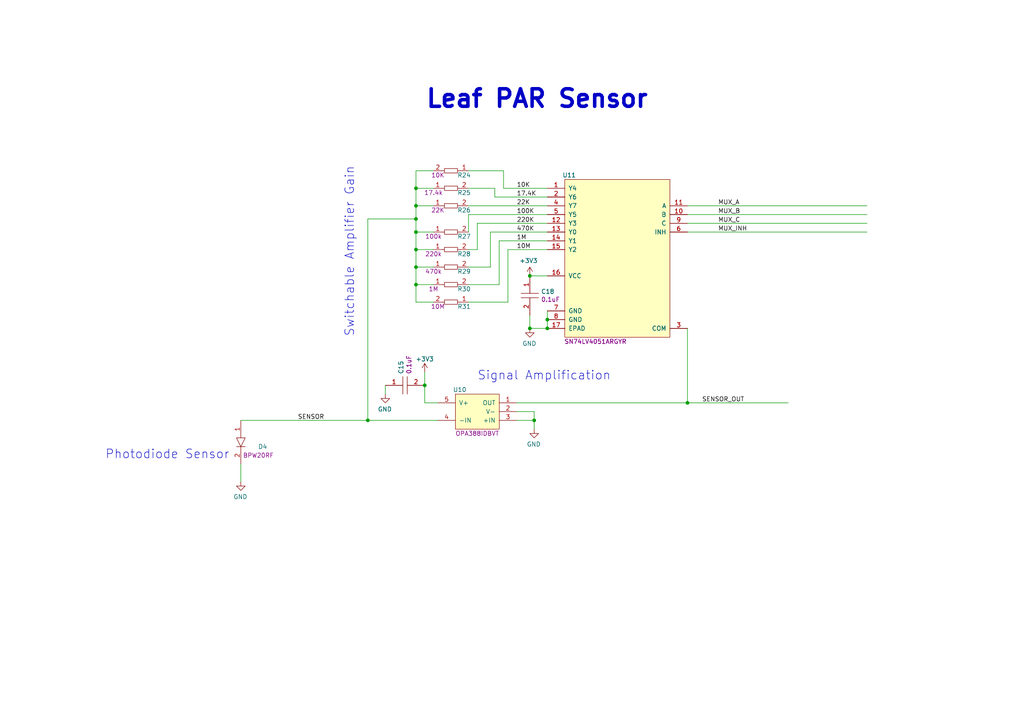
<source format=kicad_sch>
(kicad_sch (version 20231120) (generator "eeschema") (generator_version "8.0")
  (paper "A4")
  (lib_symbols
    (symbol "AVR-KiCAD-Lib-Capacitors:C0805C104M5RACTU" (pin_names (offset 1.016))
      (property "Reference" "C" (at -2.54 2.54 0))
      (property "_Value_" "0.1uF" (at 58.42 63.5 0))
      (symbol "C0805C104M5RACTU_1_1"
        (polyline (pts (xy 0 2.54) (xy 0 -2.54)))
        (polyline (pts (xy 1.27 2.54) (xy 1.27 -2.54)))
        (pin input line (at -5.08 0 0) (length 5.08) (name "~") (number "1"))
        (pin input line (at 6.35 0 180) (length 5.08) (name "~") (number "2"))
      )
    )
    (symbol "AVR-KiCAD-Lib-Diodes:BPW20RF" (pin_names (offset 1.016))
      (property "Reference" "D" (at -2.54 2.54 0))
      (property "_Value_" "BPW20RF" (at 58.42 63.5 0))
      (symbol "BPW20RF_0_1"
        (polyline (pts (xy 1.27 -1.27) (xy 1.27 1.27)))
        (polyline (pts (xy -1.27 1.27) (xy -1.27 -1.27) (xy 1.27 0) (xy -1.27 1.27)))
      )
      (symbol "BPW20RF_1_1"
        (pin passive line (at -6.35 0 0) (length 5.08) (name "~") (number "1"))
        (pin passive line (at 6.35 0 180) (length 5.08) (name "~") (number "2"))
      )
    )
    (symbol "AVR-KiCAD-Lib-ICs:OPA388IDBVT" (pin_names (offset 1.016))
      (property "Reference" "U" (at 0 2.54 0))
      (property "_Value_" "OPA388IDBVT" (at 5.08 -12.7 0))
      (symbol "OPA388IDBVT_0_1"
        (rectangle (start 0 0) (end 12.7 -10.16) (fill (type background)))
      )
      (symbol "OPA388IDBVT_1_1"
        (pin output line (at -5.08 -2.54 0) (length 5.08) (name "OUT") (number "1"))
        (pin power_in line (at -5.08 -5.08 0) (length 5.08) (name "V-") (number "2"))
        (pin input line (at -5.08 -7.62 0) (length 5.08) (name "+IN") (number "3"))
        (pin input line (at 17.78 -7.62 180) (length 5.08) (name "-IN") (number "4"))
        (pin power_in line (at 17.78 -2.54 180) (length 5.08) (name "V+") (number "5"))
      )
    )
    (symbol "AVR-KiCAD-Lib-ICs:SN74LV4051ARGYR" (pin_names (offset 1.016))
      (property "Reference" "U" (at 0 0 0))
      (property "_Value_" "SN74LV4051ARGYR" (at 7.62 -48.26 0))
      (symbol "SN74LV4051ARGYR_0_1"
        (rectangle (start 0 0) (end 30.48 -45.72) (fill (type background)))
      )
      (symbol "SN74LV4051ARGYR_1_1"
        (pin bidirectional line (at 35.56 -2.54 180) (length 5.08) (name "Y4") (number "1"))
        (pin passive line (at -5.08 -10.16 0) (length 5.08) (name "B") (number "10"))
        (pin passive line (at -5.08 -7.62 0) (length 5.08) (name "A") (number "11"))
        (pin bidirectional line (at 35.56 -12.7 180) (length 5.08) (name "Y3") (number "12"))
        (pin bidirectional line (at 35.56 -15.24 180) (length 5.08) (name "Y0") (number "13"))
        (pin bidirectional line (at 35.56 -17.78 180) (length 5.08) (name "Y1") (number "14"))
        (pin bidirectional line (at 35.56 -20.32 180) (length 5.08) (name "Y2") (number "15"))
        (pin power_in line (at 35.56 -27.94 180) (length 5.08) (name "VCC") (number "16"))
        (pin passive line (at 35.56 -43.18 180) (length 5.08) (name "EPAD") (number "17"))
        (pin bidirectional line (at 35.56 -5.08 180) (length 5.08) (name "Y6") (number "2"))
        (pin input line (at -5.08 -43.18 0) (length 5.08) (name "COM") (number "3"))
        (pin bidirectional line (at 35.56 -7.62 180) (length 5.08) (name "Y7") (number "4"))
        (pin bidirectional line (at 35.56 -10.16 180) (length 5.08) (name "Y5") (number "5"))
        (pin input line (at -5.08 -15.24 0) (length 5.08) (name "INH") (number "6"))
        (pin passive line (at 35.56 -38.1 180) (length 5.08) (name "GND") (number "7"))
        (pin passive line (at 35.56 -40.64 180) (length 5.08) (name "GND") (number "8"))
        (pin passive line (at -5.08 -12.7 0) (length 5.08) (name "C") (number "9"))
      )
    )
    (symbol "AVR-KiCAD-Lib-Resistors:AC0402FR-07220KL" (pin_names (offset 1.016))
      (property "Reference" "R" (at -2.54 2.54 0))
      (property "Value" "AC0402FR-07220KL" (at 1.27 5.08 0))
      (property "_Value_" "220k" (at 58.42 63.5 0))
      (symbol "AC0402FR-07220KL_0_1"
        (rectangle (start -1.905 0.635) (end 1.905 -0.635))
        (polyline (pts (xy -2.54 0) (xy -1.905 0)))
        (polyline (pts (xy -1.905 0) (xy -1.905 0)))
        (polyline (pts (xy 1.905 0) (xy 1.905 0)))
        (polyline (pts (xy 2.54 0) (xy 1.905 0)))
      )
      (symbol "AC0402FR-07220KL_1_1"
        (pin passive line (at -5.08 0 0) (length 2.5146) (name "~") (number "1"))
        (pin passive line (at 5.08 0 180) (length 2.5146) (name "~") (number "2"))
      )
    )
    (symbol "AVR-KiCAD-Lib-Resistors:AC0402FR-07470KL" (pin_names (offset 1.016))
      (property "Reference" "R" (at -2.54 2.54 0))
      (property "Value" "AC0402FR-07470KL" (at 1.27 5.08 0))
      (property "_Value_" "470k" (at 58.42 63.5 0))
      (symbol "AC0402FR-07470KL_0_1"
        (rectangle (start -1.905 0.635) (end 1.905 -0.635))
        (polyline (pts (xy -2.54 0) (xy -1.905 0)))
        (polyline (pts (xy -1.905 0) (xy -1.905 0)))
        (polyline (pts (xy 1.905 0) (xy 1.905 0)))
        (polyline (pts (xy 2.54 0) (xy 1.905 0)))
      )
      (symbol "AC0402FR-07470KL_1_1"
        (pin passive line (at -5.08 0 0) (length 2.5146) (name "~") (number "1"))
        (pin passive line (at 5.08 0 180) (length 2.5146) (name "~") (number "2"))
      )
    )
    (symbol "AVR-KiCAD-Lib-Resistors:RC0402FR-07100KL" (pin_names (offset 1.016))
      (property "Reference" "R" (at -2.54 2.54 0))
      (property "Value" "RC0402FR-07100KL" (at 1.27 5.08 0))
      (property "_Value_" "100k" (at 58.42 63.5 0))
      (symbol "RC0402FR-07100KL_0_1"
        (rectangle (start -1.905 0.635) (end 1.905 -0.635))
        (polyline (pts (xy -2.54 0) (xy -1.905 0)))
        (polyline (pts (xy -1.905 0) (xy -1.905 0)))
        (polyline (pts (xy 1.905 0) (xy 1.905 0)))
        (polyline (pts (xy 2.54 0) (xy 1.905 0)))
      )
      (symbol "RC0402FR-07100KL_1_1"
        (pin passive line (at -5.08 0 0) (length 2.5146) (name "~") (number "1"))
        (pin passive line (at 5.08 0 180) (length 2.5146) (name "~") (number "2"))
      )
    )
    (symbol "AVR-KiCAD-Lib-Resistors:RC0402FR-0710KL" (pin_names (offset 1.016))
      (property "Reference" "R" (at -2.54 2.54 0))
      (property "Value" "RC0402FR-0710KL" (at 1.27 5.08 0))
      (property "_Value_" "10K" (at 58.42 63.5 0))
      (symbol "RC0402FR-0710KL_0_1"
        (rectangle (start -1.905 0.635) (end 1.905 -0.635))
        (polyline (pts (xy -2.54 0) (xy -1.905 0)))
        (polyline (pts (xy -1.905 0) (xy -1.905 0)))
        (polyline (pts (xy 1.905 0) (xy 1.905 0)))
        (polyline (pts (xy 2.54 0) (xy 1.905 0)))
      )
      (symbol "RC0402FR-0710KL_1_1"
        (pin passive line (at -5.08 0 0) (length 2.5146) (name "~") (number "1"))
        (pin passive line (at 5.08 0 180) (length 2.5146) (name "~") (number "2"))
      )
    )
    (symbol "AVR-KiCAD-Lib-Resistors:RC0402FR-0710ML" (pin_names (offset 1.016))
      (property "Reference" "R" (at -2.54 2.54 0))
      (property "Value" "RC0402FR-0710ML" (at 1.27 5.08 0))
      (property "_Value_" "10M" (at 58.42 63.5 0))
      (symbol "RC0402FR-0710ML_0_1"
        (rectangle (start -1.905 0.635) (end 1.905 -0.635))
        (polyline (pts (xy -2.54 0) (xy -1.905 0)))
        (polyline (pts (xy -1.905 0) (xy -1.905 0)))
        (polyline (pts (xy 1.905 0) (xy 1.905 0)))
        (polyline (pts (xy 2.54 0) (xy 1.905 0)))
      )
      (symbol "RC0402FR-0710ML_1_1"
        (pin passive line (at -5.08 0 0) (length 2.5146) (name "~") (number "1"))
        (pin passive line (at 5.08 0 180) (length 2.5146) (name "~") (number "2"))
      )
    )
    (symbol "AVR-KiCAD-Lib-Resistors:RC0402FR-0717K4L" (pin_names (offset 1.016))
      (property "Reference" "R" (at -2.54 2.54 0))
      (property "Value" "RC0402FR-0717K4L" (at 1.27 5.08 0))
      (property "_Value_" "17.4k" (at 58.42 63.5 0))
      (symbol "RC0402FR-0717K4L_0_1"
        (rectangle (start -1.905 0.635) (end 1.905 -0.635))
        (polyline (pts (xy -2.54 0) (xy -1.905 0)))
        (polyline (pts (xy -1.905 0) (xy -1.905 0)))
        (polyline (pts (xy 1.905 0) (xy 1.905 0)))
        (polyline (pts (xy 2.54 0) (xy 1.905 0)))
      )
      (symbol "RC0402FR-0717K4L_1_1"
        (pin passive line (at -5.08 0 0) (length 2.5146) (name "~") (number "1"))
        (pin passive line (at 5.08 0 180) (length 2.5146) (name "~") (number "2"))
      )
    )
    (symbol "AVR-KiCAD-Lib-Resistors:RC0402FR-071ML" (pin_names (offset 1.016))
      (property "Reference" "R" (at -2.54 2.54 0))
      (property "Value" "RC0402FR-071ML" (at 1.27 5.08 0))
      (property "_Value_" "1M" (at 58.42 63.5 0))
      (symbol "RC0402FR-071ML_0_1"
        (rectangle (start -1.905 0.635) (end 1.905 -0.635))
        (polyline (pts (xy -2.54 0) (xy -1.905 0)))
        (polyline (pts (xy -1.905 0) (xy -1.905 0)))
        (polyline (pts (xy 1.905 0) (xy 1.905 0)))
        (polyline (pts (xy 2.54 0) (xy 1.905 0)))
      )
      (symbol "RC0402FR-071ML_1_1"
        (pin passive line (at -5.08 0 0) (length 2.5146) (name "~") (number "1"))
        (pin passive line (at 5.08 0 180) (length 2.5146) (name "~") (number "2"))
      )
    )
    (symbol "AVR-KiCAD-Lib-Resistors:RT0402FRE0722KL" (pin_names (offset 1.016))
      (property "Reference" "R" (at -2.54 2.54 0))
      (property "Value" "RT0402FRE0722KL" (at 1.27 5.08 0))
      (property "_Value_" "22K" (at 58.42 63.5 0))
      (symbol "RT0402FRE0722KL_0_1"
        (rectangle (start -1.905 0.635) (end 1.905 -0.635))
        (polyline (pts (xy -2.54 0) (xy -1.905 0)))
        (polyline (pts (xy -1.905 0) (xy -1.905 0)))
        (polyline (pts (xy 1.905 0) (xy 1.905 0)))
        (polyline (pts (xy 2.54 0) (xy 1.905 0)))
      )
      (symbol "RT0402FRE0722KL_1_1"
        (pin passive line (at -5.08 0 0) (length 2.5146) (name "~") (number "1"))
        (pin passive line (at 5.08 0 180) (length 2.5146) (name "~") (number "2"))
      )
    )
    (symbol "SunLeaf-Sense-2.4G-rescue:+3V3-power" (power) (pin_names (offset 0))
      (property "Value" "power_+3V3" (at 0 3.556 0))
      (symbol "+3V3-power_0_1"
        (polyline (pts (xy -0.762 1.27) (xy 0 2.54)))
        (polyline (pts (xy 0 0) (xy 0 2.54)))
        (polyline (pts (xy 0 2.54) (xy 0.762 1.27)))
      )
      (symbol "+3V3-power_1_1"
        (pin power_in line (at 0 0 90) (length 0) hide (name "+3V3") (number "1"))
      )
    )
    (symbol "SunLeaf-Sense-2.4G-rescue:GND-power" (power) (pin_names (offset 0))
      (property "Value" "power_GND" (at 0 -3.81 0))
      (symbol "GND-power_0_1"
        (polyline (pts (xy 0 0) (xy 0 -1.27) (xy 1.27 -1.27) (xy 0 -2.54) (xy -1.27 -1.27) (xy 0 -1.27)))
      )
      (symbol "GND-power_1_1"
        (pin power_in line (at 0 0 270) (length 0) hide (name "GND") (number "1"))
      )
    )
  )
  (junction (at 158.75 92.71))
  (junction (at 120.65 67.31))
  (junction (at 153.67 95.25))
  (junction (at 153.67 80.01))
  (junction (at 120.65 54.61))
  (junction (at 106.68 121.92))
  (junction (at 199.39 116.84))
  (junction (at 120.65 63.5))
  (junction (at 120.65 77.47))
  (junction (at 120.65 72.39))
  (junction (at 120.65 82.55))
  (junction (at 123.19 111.76))
  (junction (at 158.75 95.25))
  (junction (at 120.65 59.69))
  (junction (at 154.94 121.92))
  (wire (pts (xy 125.73 54.61) (xy 120.65 54.61)))
  (wire (pts (xy 125.73 67.31) (xy 120.65 67.31)))
  (wire (pts (xy 153.67 91.44) (xy 153.67 95.25)))
  (wire (pts (xy 135.89 87.63) (xy 147.32 87.63)))
  (wire (pts (xy 143.51 57.15) (xy 143.51 54.61)))
  (wire (pts (xy 144.78 82.55) (xy 144.78 69.85)))
  (wire (pts (xy 123.19 107.95) (xy 123.19 111.76)))
  (wire (pts (xy 138.43 72.39) (xy 135.89 72.39)))
  (wire (pts (xy 120.65 67.31) (xy 120.65 72.39)))
  (wire (pts (xy 125.73 72.39) (xy 120.65 72.39)))
  (wire (pts (xy 158.75 57.15) (xy 143.51 57.15)))
  (wire (pts (xy 120.65 77.47) (xy 120.65 82.55)))
  (wire (pts (xy 135.89 59.69) (xy 158.75 59.69)))
  (wire (pts (xy 199.39 64.77) (xy 251.46 64.77)))
  (wire (pts (xy 158.75 62.23) (xy 135.89 62.23)))
  (wire (pts (xy 135.89 82.55) (xy 144.78 82.55)))
  (wire (pts (xy 120.65 72.39) (xy 120.65 77.47)))
  (wire (pts (xy 153.67 80.01) (xy 158.75 80.01)))
  (wire (pts (xy 153.67 95.25) (xy 158.75 95.25)))
  (wire (pts (xy 120.65 59.69) (xy 120.65 54.61)))
  (wire (pts (xy 138.43 64.77) (xy 138.43 72.39)))
  (wire (pts (xy 146.05 54.61) (xy 158.75 54.61)))
  (wire (pts (xy 142.24 67.31) (xy 158.75 67.31)))
  (wire (pts (xy 120.65 87.63) (xy 125.73 87.63)))
  (wire (pts (xy 144.78 69.85) (xy 158.75 69.85)))
  (wire (pts (xy 143.51 54.61) (xy 135.89 54.61)))
  (wire (pts (xy 120.65 63.5) (xy 120.65 59.69)))
  (wire (pts (xy 146.05 49.53) (xy 146.05 54.61)))
  (wire (pts (xy 158.75 64.77) (xy 138.43 64.77)))
  (wire (pts (xy 199.39 62.23) (xy 251.46 62.23)))
  (wire (pts (xy 106.68 121.92) (xy 106.68 63.5)))
  (wire (pts (xy 127 121.92) (xy 106.68 121.92)))
  (wire (pts (xy 106.68 63.5) (xy 120.65 63.5)))
  (wire (pts (xy 158.75 90.17) (xy 158.75 92.71)))
  (wire (pts (xy 120.65 63.5) (xy 120.65 67.31)))
  (wire (pts (xy 127 116.84) (xy 123.19 116.84)))
  (wire (pts (xy 125.73 59.69) (xy 120.65 59.69)))
  (wire (pts (xy 199.39 116.84) (xy 228.6 116.84)))
  (wire (pts (xy 135.89 49.53) (xy 146.05 49.53)))
  (wire (pts (xy 106.68 121.92) (xy 69.85 121.92)))
  (wire (pts (xy 120.65 54.61) (xy 120.65 49.53)))
  (wire (pts (xy 111.76 111.76) (xy 111.76 114.3)))
  (wire (pts (xy 142.24 77.47) (xy 142.24 67.31)))
  (wire (pts (xy 125.73 82.55) (xy 120.65 82.55)))
  (wire (pts (xy 154.94 121.92) (xy 154.94 124.46)))
  (wire (pts (xy 135.89 77.47) (xy 142.24 77.47)))
  (wire (pts (xy 123.19 111.76) (xy 123.19 116.84)))
  (wire (pts (xy 149.86 116.84) (xy 199.39 116.84)))
  (wire (pts (xy 199.39 95.25) (xy 199.39 116.84)))
  (wire (pts (xy 199.39 59.69) (xy 251.46 59.69)))
  (wire (pts (xy 154.94 119.38) (xy 154.94 121.92)))
  (wire (pts (xy 125.73 49.53) (xy 120.65 49.53)))
  (wire (pts (xy 147.32 87.63) (xy 147.32 72.39)))
  (wire (pts (xy 135.89 62.23) (xy 135.89 67.31)))
  (wire (pts (xy 147.32 72.39) (xy 158.75 72.39)))
  (wire (pts (xy 149.86 119.38) (xy 154.94 119.38)))
  (wire (pts (xy 199.39 67.31) (xy 251.46 67.31)))
  (wire (pts (xy 149.86 121.92) (xy 154.94 121.92)))
  (wire (pts (xy 120.65 82.55) (xy 120.65 87.63)))
  (wire (pts (xy 158.75 92.71) (xy 158.75 95.25)))
  (wire (pts (xy 125.73 77.47) (xy 120.65 77.47)))
  (wire (pts (xy 69.85 134.62) (xy 69.85 139.7)))
  (text "Signal Amplification" (at 138.43 110.49 0) (effects (font (size 2.54 2.54)) (justify left bottom)))
  (text "Switchable Amplifier Gain" (at 102.87 97.79 90) (effects (font (size 2.54 2.54)) (justify left bottom)))
  (text "Photodiode Sensor" (at 30.48 133.35 0) (effects (font (size 2.54 2.54)) (justify left bottom)))
  (text "Leaf PAR Sensor" (at 123.19 31.75 0) (effects (font (size 5.08 5.08) (thickness 1.016) (bold yes)) (justify left bottom)))
  (label "220K" (at 149.86 64.77 0))
  (label "MUX_INH" (at 208.28 67.31 0))
  (label "MUX_A" (at 208.28 59.69 0))
  (label "22K" (at 149.86 59.69 0))
  (label "MUX_B" (at 208.28 62.23 0))
  (label "1M" (at 149.86 69.85 0))
  (label "470K" (at 149.86 67.31 0))
  (label "100K" (at 149.86 62.23 0))
  (label "SENSOR_OUT" (at 215.9 116.84 180))
  (label "10K" (at 149.86 54.61 0))
  (label "10M" (at 149.86 72.39 0))
  (label "17.4K" (at 149.86 57.15 0))
  (label "SENSOR" (at 86.36 121.92 0))
  (label "MUX_C" (at 208.28 64.77 0))
  (symbol (lib_id "SunLeaf-Sense-2.4G-rescue:+3V3-power") (at 123.19 107.95 0) (mirror y) (unit 1)
    (property "Reference" "#PWR051" (effects (hide yes)))
    (property "Value" "+3V3" (at 123.19 104.14 0))
  )
  (symbol (lib_id "SunLeaf-Sense-2.4G-rescue:GND-power") (at 154.94 124.46 0) (mirror y) (unit 1)
    (property "Reference" "#PWR056" (effects (hide yes)))
    (property "Value" "GND" (at 154.813 128.8542 0))
  )
  (symbol (lib_id "SunLeaf-Sense-2.4G-rescue:GND-power") (at 111.76 114.3 0) (mirror y) (unit 1)
    (property "Reference" "#PWR050" (effects (hide yes)))
    (property "Value" "GND" (at 111.633 118.6942 0))
  )
  (symbol (lib_id "AVR-KiCAD-Lib-Resistors:RC0402FR-0710KL") (at 130.81 49.53 0) (mirror y) (unit 1)
    (property "Reference" "R24" (at 134.62 50.8 0))
    (property "Value" "RC0402FR-0710KL" (effects (hide yes)))
    (property "Footprint" "AVR-KiCAD-Lib-Resistors:R0402" (effects (hide yes)))
    (property "Datasheet" "https://www.yageo.com/upload/media/product/productsearch/datasheet/rchip/PYu-RC_Group_51_RoHS_L_10.pdf" (effects (hide yes)))
    (property "Cost QTY: 1" "0.10000" (effects (hide yes)))
    (property "Cost QTY: 1000" "0.00289" (effects (hide yes)))
    (property "Cost QTY: 2500" "0.00251" (effects (hide yes)))
    (property "Cost QTY: 5000" "0.00207" (effects (hide yes)))
    (property "Cost QTY: 10000" "*" (effects (hide yes)))
    (property "MFR" "Yageo" (effects (hide yes)))
    (property "MFR#" "RC0402FR-0710KL" (effects (hide yes)))
    (property "Vendor" "Digikey" (effects (hide yes)))
    (property "Vendor #" "311-10.0KLRCT-ND" (effects (hide yes)))
    (property "Designer" "AVR" (effects (hide yes)))
    (property "Height" "0.4mm" (effects (hide yes)))
    (property "Date Created" "12/11/2019" (effects (hide yes)))
    (property "Date Modified" "12/11/2019" (effects (hide yes)))
    (property "Lead-Free ?" "Yes" (effects (hide yes)))
    (property "RoHS Levels" "1" (effects (hide yes)))
    (property "Mounting" "SMT" (effects (hide yes)))
    (property "Pin Count #" "2" (effects (hide yes)))
    (property "Status" "Active" (effects (hide yes)))
    (property "Tolerance" "1%" (effects (hide yes)))
    (property "Type" "Thick FIlm Resistor" (effects (hide yes)))
    (property "Voltage" "*" (effects (hide yes)))
    (property "Package" "0402" (effects (hide yes)))
    (property "_Value_" "10K" (at 127 50.8 0))
    (property "Management_ID" "*" (effects (hide yes)))
    (property "Description" "10 kOhms ±1% 0.063W, 1/16W Chip Resistor 0402 (1005 Metric) Moisture Resistant Thick Film" (effects (hide yes)))
  )
  (symbol (lib_id "AVR-KiCAD-Lib-Capacitors:C0805C104M5RACTU") (at 153.67 85.09 270) (unit 1)
    (property "Reference" "C18" (at 156.9212 84.5566 90) (effects (justify left)))
    (property "Value" "C0805C104M5RACTU" (effects (hide yes)))
    (property "Footprint" "AVR-KiCAD-Lib-Capacitors:C0805" (effects (hide yes)))
    (property "Datasheet" "https://content.kemet.com/datasheets/KEM_C1002_X7R_SMD.pdf" (effects (hide yes)))
    (property "Cost QTY: 1" "0.10000" (effects (hide yes)))
    (property "Cost QTY: 1000" "0.01845" (effects (hide yes)))
    (property "Cost QTY: 2500" "*" (effects (hide yes)))
    (property "Cost QTY: 5000" "0.01341" (effects (hide yes)))
    (property "Cost QTY: 10000" "0.01224" (effects (hide yes)))
    (property "MFR" "KEMET" (effects (hide yes)))
    (property "MFR#" "C0805C104M5RACTU" (effects (hide yes)))
    (property "Vendor" "Digikey" (effects (hide yes)))
    (property "Vendor #" "399-1169-1-ND" (effects (hide yes)))
    (property "Designer" "AVR" (effects (hide yes)))
    (property "Height" "0.88mm" (effects (hide yes)))
    (property "Date Created" "4/7/2020" (effects (hide yes)))
    (property "Date Modified" "4/7/2020" (effects (hide yes)))
    (property "Lead-Free ?" "Yes" (effects (hide yes)))
    (property "RoHS Levels" "1" (effects (hide yes)))
    (property "Mounting" "SMT" (effects (hide yes)))
    (property "Pin Count #" "2" (effects (hide yes)))
    (property "Status" "Active" (effects (hide yes)))
    (property "Tolerance" "20%" (effects (hide yes)))
    (property "Type" "Ceramic Cap" (effects (hide yes)))
    (property "Voltage" "50V" (effects (hide yes)))
    (property "Package" "0805" (effects (hide yes)))
    (property "Description" "0.1µF ±20% 50V Ceramic Capacitor X7R 0805 (2012 Metric)" (effects (hide yes)))
    (property "_Value_" "0.1uF" (at 156.9212 86.868 90) (effects (justify left)))
    (property "Management_ID" "*" (effects (hide yes)))
  )
  (symbol (lib_id "AVR-KiCAD-Lib-Resistors:RT0402FRE0722KL") (at 130.81 59.69 0) (unit 1)
    (property "Reference" "R26" (at 134.62 60.96 0))
    (property "Value" "RT0402FRE0722KL" (effects (hide yes)))
    (property "Footprint" "AVR-KiCAD-Lib-Resistors:R0402" (effects (hide yes)))
    (property "Datasheet" "https://www.yageo.com/upload/media/product/productsearch/datasheet/rchip/PYu-RT_1-to-0.01_RoHS_L_12.pdf" (effects (hide yes)))
    (property "Cost QTY: 1" "0.10000" (effects (hide yes)))
    (property "Cost QTY: 1000" "0.01272" (effects (hide yes)))
    (property "Cost QTY: 2500" "0.01104" (effects (hide yes)))
    (property "Cost QTY: 5000" "0.00912" (effects (hide yes)))
    (property "Cost QTY: 10000" "0.00792" (effects (hide yes)))
    (property "MFR" "Yageo" (effects (hide yes)))
    (property "MFR#" "RT0402FRE0722KL" (effects (hide yes)))
    (property "Vendor" "Digikey" (effects (hide yes)))
    (property "Vendor #" "YAG5931CT-ND" (effects (hide yes)))
    (property "Designer" "AVR" (effects (hide yes)))
    (property "Height" "0.35mm" (effects (hide yes)))
    (property "Date Created" "2/26/2021" (effects (hide yes)))
    (property "Date Modified" "2/26/2021" (effects (hide yes)))
    (property "Lead-Free ?" "Yes" (effects (hide yes)))
    (property "RoHS Levels" "1" (effects (hide yes)))
    (property "Mounting" "SMT" (effects (hide yes)))
    (property "Pin Count #" "2" (effects (hide yes)))
    (property "Status" "Active" (effects (hide yes)))
    (property "Tolerance" "1%" (effects (hide yes)))
    (property "Type" "Chip Resistor" (effects (hide yes)))
    (property "Voltage" "*" (effects (hide yes)))
    (property "Package" "0402" (effects (hide yes)))
    (property "_Value_" "22K" (at 127 60.96 0))
    (property "Management_ID" "*" (effects (hide yes)))
    (property "Description" "22 kOhms ±1% 0.063W, 1/16W Chip Resistor 0402 (1005 Metric)  Thin Film" (effects (hide yes)))
  )
  (symbol (lib_id "AVR-KiCAD-Lib-Resistors:RC0402FR-0717K4L") (at 130.81 54.61 0) (unit 1)
    (property "Reference" "R25" (at 134.62 55.88 0))
    (property "Value" "RC0402FR-0717K4L" (effects (hide yes)))
    (property "Footprint" "AVR-KiCAD-Lib-Resistors:R0402" (effects (hide yes)))
    (property "Datasheet" "https://www.yageo.com/upload/media/product/productsearch/datasheet/rchip/PYu-RC_Group_51_RoHS_L_11.pdf" (effects (hide yes)))
    (property "Cost QTY: 1" "0.10000" (effects (hide yes)))
    (property "Cost QTY: 1000" "0.00286" (effects (hide yes)))
    (property "Cost QTY: 2500" "0.00248" (effects (hide yes)))
    (property "Cost QTY: 5000" "0.00205" (effects (hide yes)))
    (property "Cost QTY: 10000" "0.00178" (effects (hide yes)))
    (property "MFR" "Yageo" (effects (hide yes)))
    (property "MFR#" "RC0402FR-0717K4L" (effects (hide yes)))
    (property "Vendor" "Digikey" (effects (hide yes)))
    (property "Vendor #" "311-17.4KLRCT-ND" (effects (hide yes)))
    (property "Designer" "AVR" (effects (hide yes)))
    (property "Height" "0.35mm" (effects (hide yes)))
    (property "Date Created" "2/26/2021" (effects (hide yes)))
    (property "Date Modified" "2/26/2021" (effects (hide yes)))
    (property "Lead-Free ?" "Yes" (effects (hide yes)))
    (property "RoHS Levels" "1" (effects (hide yes)))
    (property "Mounting" "SMT" (effects (hide yes)))
    (property "Pin Count #" "2" (effects (hide yes)))
    (property "Status" "Active" (effects (hide yes)))
    (property "Tolerance" "1%" (effects (hide yes)))
    (property "Type" "Chip Resistor" (effects (hide yes)))
    (property "Voltage" "*" (effects (hide yes)))
    (property "Package" "0402" (effects (hide yes)))
    (property "_Value_" "17.4k" (at 125.73 55.88 0))
    (property "Management_ID" "*" (effects (hide yes)))
    (property "Description" "17.4 kOhms ±1% 0.063W, 1/16W Chip Resistor 0402 (1005 Metric) Moisture Resistant Thick Film" (effects (hide yes)))
  )
  (symbol (lib_id "AVR-KiCAD-Lib-Resistors:RC0402FR-07100KL") (at 130.81 67.31 0) (unit 1)
    (property "Reference" "R27" (at 134.62 68.58 0))
    (property "Value" "RC0402FR-07100KL" (effects (hide yes)))
    (property "Footprint" "AVR-KiCAD-Lib-Resistors:R0402" (effects (hide yes)))
    (property "Datasheet" "https://www.yageo.com/upload/media/product/productsearch/datasheet/rchip/PYu-RC_Group_51_RoHS_L_11.pdf" (effects (hide yes)))
    (property "Cost QTY: 1" "0.10000" (effects (hide yes)))
    (property "Cost QTY: 1000" "0.00286" (effects (hide yes)))
    (property "Cost QTY: 2500" "0.00248" (effects (hide yes)))
    (property "Cost QTY: 5000" "0.00205" (effects (hide yes)))
    (property "Cost QTY: 10000" "0.00178" (effects (hide yes)))
    (property "MFR" "Yageo" (effects (hide yes)))
    (property "MFR#" "RC0402FR-07100KL" (effects (hide yes)))
    (property "Vendor" "Digikey" (effects (hide yes)))
    (property "Vendor #" "311-100KLRCT-ND" (effects (hide yes)))
    (property "Designer" "AVR" (effects (hide yes)))
    (property "Height" "0.35mm" (effects (hide yes)))
    (property "Date Created" "2/26/2021" (effects (hide yes)))
    (property "Date Modified" "2/26/2021" (effects (hide yes)))
    (property "Lead-Free ?" "Yes" (effects (hide yes)))
    (property "RoHS Levels" "1" (effects (hide yes)))
    (property "Mounting" "SMT" (effects (hide yes)))
    (property "Pin Count #" "2" (effects (hide yes)))
    (property "Status" "Active" (effects (hide yes)))
    (property "Tolerance" "1%" (effects (hide yes)))
    (property "Type" "Chip Resistor" (effects (hide yes)))
    (property "Voltage" "*" (effects (hide yes)))
    (property "Package" "0402" (effects (hide yes)))
    (property "_Value_" "100k" (at 125.73 68.58 0))
    (property "Management_ID" "*" (effects (hide yes)))
    (property "Description" "100 kOhms ±1% 0.063W, 1/16W Chip Resistor 0402 (1005 Metric) Moisture Resistant Thick Film" (effects (hide yes)))
  )
  (symbol (lib_id "AVR-KiCAD-Lib-Resistors:AC0402FR-07220KL") (at 130.81 72.39 0) (unit 1)
    (property "Reference" "R28" (at 134.62 73.66 0))
    (property "Value" "AC0402FR-07220KL" (effects (hide yes)))
    (property "Footprint" "AVR-KiCAD-Lib-Resistors:R0402" (effects (hide yes)))
    (property "Datasheet" "https://www.yageo.com/upload/media/product/productsearch/datasheet/rchip/PYu-AC_51_RoHS_L_7.pdf" (effects (hide yes)))
    (property "Cost QTY: 1" "0.10000" (effects (hide yes)))
    (property "Cost QTY: 1000" "0.00385" (effects (hide yes)))
    (property "Cost QTY: 2500" "0.00334" (effects (hide yes)))
    (property "Cost QTY: 5000" "0.00276" (effects (hide yes)))
    (property "Cost QTY: 10000" "0.00240" (effects (hide yes)))
    (property "MFR" "Yageo" (effects (hide yes)))
    (property "MFR#" "AC0402FR-07220KL" (effects (hide yes)))
    (property "Vendor" "Digikey" (effects (hide yes)))
    (property "Vendor #" "311-220KLBCT-ND" (effects (hide yes)))
    (property "Designer" "AVR" (effects (hide yes)))
    (property "Height" "0.35mm" (effects (hide yes)))
    (property "Date Created" "2/26/2021" (effects (hide yes)))
    (property "Date Modified" "2/26/2021" (effects (hide yes)))
    (property "Lead-Free ?" "Yes" (effects (hide yes)))
    (property "RoHS Levels" "1" (effects (hide yes)))
    (property "Mounting" "SMT" (effects (hide yes)))
    (property "Pin Count #" "2" (effects (hide yes)))
    (property "Status" "Active" (effects (hide yes)))
    (property "Tolerance" "1%" (effects (hide yes)))
    (property "Type" "Chip Resistor" (effects (hide yes)))
    (property "Voltage" "*" (effects (hide yes)))
    (property "Package" "0402" (effects (hide yes)))
    (property "_Value_" "220k" (at 125.73 73.66 0))
    (property "Management_ID" "*" (effects (hide yes)))
    (property "Description" "220 kOhms ±1% 0.063W, 1/16W Chip Resistor 0402 (1005 Metric) Automotive AEC-Q200, Moisture Resistant Thick Film" (effects (hide yes)))
  )
  (symbol (lib_id "AVR-KiCAD-Lib-Resistors:AC0402FR-07470KL") (at 130.81 77.47 0) (unit 1)
    (property "Reference" "R29" (at 134.62 78.74 0))
    (property "Value" "AC0402FR-07470KL" (effects (hide yes)))
    (property "Footprint" "AVR-KiCAD-Lib-Resistors:R0402" (effects (hide yes)))
    (property "Datasheet" "https://www.yageo.com/upload/media/product/productsearch/datasheet/rchip/PYu-AC_51_RoHS_L_7.pdf" (effects (hide yes)))
    (property "Cost QTY: 1" "0.10000" (effects (hide yes)))
    (property "Cost QTY: 1000" "0.00385" (effects (hide yes)))
    (property "Cost QTY: 2500" "0.00334" (effects (hide yes)))
    (property "Cost QTY: 5000" "0.00276" (effects (hide yes)))
    (property "Cost QTY: 10000" "0.00240" (effects (hide yes)))
    (property "MFR" "Yageo" (effects (hide yes)))
    (property "MFR#" "AC0402FR-07470KL" (effects (hide yes)))
    (property "Vendor" "Digikey" (effects (hide yes)))
    (property "Vendor #" "YAG3488CT-ND" (effects (hide yes)))
    (property "Designer" "AVR" (effects (hide yes)))
    (property "Height" "0.35mm" (effects (hide yes)))
    (property "Date Created" "2/26/2021" (effects (hide yes)))
    (property "Date Modified" "2/26/2021" (effects (hide yes)))
    (property "Lead-Free ?" "Yes" (effects (hide yes)))
    (property "RoHS Levels" "1" (effects (hide yes)))
    (property "Mounting" "SMT" (effects (hide yes)))
    (property "Pin Count #" "2" (effects (hide yes)))
    (property "Status" "Active" (effects (hide yes)))
    (property "Tolerance" "1%" (effects (hide yes)))
    (property "Type" "Chip Resistor" (effects (hide yes)))
    (property "Voltage" "*" (effects (hide yes)))
    (property "Package" "0402" (effects (hide yes)))
    (property "_Value_" "470k" (at 125.73 78.74 0))
    (property "Management_ID" "*" (effects (hide yes)))
    (property "Description" "470 kOhms ±1% 0.063W, 1/16W Chip Resistor 0402 (1005 Metric) Automotive AEC-Q200, Moisture Resistant Thick Film" (effects (hide yes)))
  )
  (symbol (lib_id "AVR-KiCAD-Lib-ICs:OPA388IDBVT") (at 144.78 114.3 0) (mirror y) (unit 1)
    (property "Reference" "U10" (at 133.35 113.03 0))
    (property "Value" "OPA388IDBVT" (effects (hide yes)))
    (property "Footprint" "AVR-KiCAD-Lib-ICs:SOT-23-5" (effects (hide yes)))
    (property "Datasheet" "https://www.ti.com/lit/ds/symlink/opa388.pdf?HQS=dis-dk-null-digikeymode-dsf-pf-null-wwe&ts=1614306952770" (effects (hide yes)))
    (property "Cost QTY: 1" "3.10000" (effects (hide yes)))
    (property "Cost QTY: 1000" "1.41955" (effects (hide yes)))
    (property "Cost QTY: 2500" "*" (effects (hide yes)))
    (property "Cost QTY: 5000" "*" (effects (hide yes)))
    (property "Cost QTY: 10000" "*" (effects (hide yes)))
    (property "MFR" "Texas Instruments" (effects (hide yes)))
    (property "MFR#" "OPA388IDBVT" (effects (hide yes)))
    (property "Vendor" "Digikey" (effects (hide yes)))
    (property "Vendor #" "296-53471-1-ND" (effects (hide yes)))
    (property "Designer" "AVR" (effects (hide yes)))
    (property "Height" "1.1mm" (effects (hide yes)))
    (property "Date Created" "2/26/2021" (effects (hide yes)))
    (property "Date Modified" "2/26/2021" (effects (hide yes)))
    (property "Lead-Free ?" "Yes" (effects (hide yes)))
    (property "RoHS Levels" "1" (effects (hide yes)))
    (property "Mounting" "SMT" (effects (hide yes)))
    (property "Pin Count #" "5" (effects (hide yes)))
    (property "Status" "Active" (effects (hide yes)))
    (property "Tolerance" "*" (effects (hide yes)))
    (property "Type" "OpAmp" (effects (hide yes)))
    (property "Voltage" "2.5V ~ 5.5V, ±1.25V ~ 2.75V" (effects (hide yes)))
    (property "Package" "SOT23-5" (effects (hide yes)))
    (property "Description" "IC OPAMP ZER-DRIFT 1CIRC SOT23-5" (effects (hide yes)))
    (property "_Value_" "OPA388IDBVT" (at 138.43 125.73 0))
    (property "Management_ID" "*" (effects (hide yes)))
  )
  (symbol (lib_id "AVR-KiCAD-Lib-Diodes:BPW20RF") (at 69.85 128.27 270) (unit 1)
    (property "Reference" "D4" (at 76.2 129.54 90))
    (property "Value" "BPW20RF" (effects (hide yes)))
    (property "Footprint" "AVR-KiCAD-Lib-Diodes:BPW20RF" (effects (hide yes)))
    (property "Datasheet" "https://www.vishay.com/docs/81570/bpw20rf.pdf" (effects (hide yes)))
    (property "Cost QTY: 1" "5.90000" (effects (hide yes)))
    (property "Cost QTY: 1000" "3.11640" (effects (hide yes)))
    (property "Cost QTY: 2500" "*" (effects (hide yes)))
    (property "Cost QTY: 5000" "2.94000" (effects (hide yes)))
    (property "Cost QTY: 10000" "*" (effects (hide yes)))
    (property "MFR" "Vishay Semiconductor Opto Division" (effects (hide yes)))
    (property "MFR#" "2.94000" (effects (hide yes)))
    (property "Vendor" "Digikey" (effects (hide yes)))
    (property "Vendor #" "751-1012-ND" (effects (hide yes)))
    (property "Designer" "AVR" (effects (hide yes)))
    (property "Height" "3.1mm" (effects (hide yes)))
    (property "Date Created" "2/26/2021" (effects (hide yes)))
    (property "Date Modified" "2/26/2021" (effects (hide yes)))
    (property "Lead-Free ?" "Yes" (effects (hide yes)))
    (property "RoHS Levels" "1" (effects (hide yes)))
    (property "Mounting" "ThroughHole" (effects (hide yes)))
    (property "Pin Count #" "2" (effects (hide yes)))
    (property "Status" "Active" (effects (hide yes)))
    (property "Tolerance" "*" (effects (hide yes)))
    (property "Type" "PhotoDiode" (effects (hide yes)))
    (property "Voltage" "10V" (effects (hide yes)))
    (property "Package" "Radial, Lensed Metal Can, 2 Lead" (effects (hide yes)))
    (property "Description" "Photodiode 920nm  100° Radial, Lensed Metal Can, 2 Lead" (effects (hide yes)))
    (property "_Value_" "BPW20RF" (at 74.93 132.08 90))
    (property "Management_ID" "*" (effects (hide yes)))
  )
  (symbol (lib_id "AVR-KiCAD-Lib-ICs:SN74LV4051ARGYR") (at 194.31 52.07 0) (mirror y) (unit 1)
    (property "Reference" "U11" (at 165.1 50.8 0))
    (property "Value" "SN74LV4051ARGYR" (effects (hide yes)))
    (property "Footprint" "AVR-KiCAD-Lib-ICs:SN74LV4051ARGYR" (effects (hide yes)))
    (property "Datasheet" "https://www.ti.com/lit/ds/symlink/sn74lv4051a.pdf?HQS=dis-dk-null-digikeymode-dsf-pf-null-wwe&ts=1614317166680" (effects (hide yes)))
    (property "Cost QTY: 1" "0.58" (effects (hide yes)))
    (property "Cost QTY: 1000" "0.239" (effects (hide yes)))
    (property "Cost QTY: 2500" "*" (effects (hide yes)))
    (property "Cost QTY: 5000" "*" (effects (hide yes)))
    (property "Cost QTY: 10000" "*" (effects (hide yes)))
    (property "MFR" "Texas Instruments" (effects (hide yes)))
    (property "MFR#" "SN74LV4051ARGYR" (effects (hide yes)))
    (property "Vendor" "Mouser" (effects (hide yes)))
    (property "Vendor #" "595-SN74LV4051ARGYR" (effects (hide yes)))
    (property "Designer" "AVR" (effects (hide yes)))
    (property "Height" "1mm" (effects (hide yes)))
    (property "Date Created" "2/26/2021" (effects (hide yes)))
    (property "Date Modified" "2/26/2021" (effects (hide yes)))
    (property "Lead-Free ?" "Yes" (effects (hide yes)))
    (property "RoHS Levels" "1" (effects (hide yes)))
    (property "Mounting" "SMT" (effects (hide yes)))
    (property "Pin Count #" "17" (effects (hide yes)))
    (property "Status" "Active" (effects (hide yes)))
    (property "Tolerance" "*" (effects (hide yes)))
    (property "Type" "MUX/DEMUX" (effects (hide yes)))
    (property "Voltage" "2V ~ 5.5V" (effects (hide yes)))
    (property "Package" "16VQFN" (effects (hide yes)))
    (property "Description" "1 Circuit IC Switch 8:1 75Ohm 16-VQFN (4x4)" (effects (hide yes)))
    (property "_Value_" "SN74LV4051ARGYR" (at 172.72 99.06 0))
    (property "Management_ID" "*" (effects (hide yes)))
  )
  (symbol (lib_id "AVR-KiCAD-Lib-Resistors:RC0402FR-071ML") (at 130.81 82.55 0) (unit 1)
    (property "Reference" "R30" (at 134.62 83.82 0))
    (property "Value" "RC0402FR-071ML" (effects (hide yes)))
    (property "Footprint" "AVR-KiCAD-Lib-Resistors:R0402" (effects (hide yes)))
    (property "Datasheet" "https://www.yageo.com/upload/media/product/productsearch/datasheet/rchip/PYu-RC_Group_51_RoHS_L_11.pdf" (effects (hide yes)))
    (property "Cost QTY: 1" "0.10000" (effects (hide yes)))
    (property "Cost QTY: 1000" "0.00286" (effects (hide yes)))
    (property "Cost QTY: 2500" "0.00248" (effects (hide yes)))
    (property "Cost QTY: 5000" "0.00205" (effects (hide yes)))
    (property "Cost QTY: 10000" "0.00178" (effects (hide yes)))
    (property "MFR" "Yageo" (effects (hide yes)))
    (property "MFR#" "RC0402FR-071ML" (effects (hide yes)))
    (property "Vendor" "Digikey" (effects (hide yes)))
    (property "Vendor #" "311-1.00MLRCT-ND" (effects (hide yes)))
    (property "Designer" "AVR" (effects (hide yes)))
    (property "Height" "0.35mm" (effects (hide yes)))
    (property "Date Created" "2/26/2021" (effects (hide yes)))
    (property "Date Modified" "2/26/2021" (effects (hide yes)))
    (property "Lead-Free ?" "Yes" (effects (hide yes)))
    (property "RoHS Levels" "1" (effects (hide yes)))
    (property "Mounting" "SMT" (effects (hide yes)))
    (property "Pin Count #" "2" (effects (hide yes)))
    (property "Status" "Active" (effects (hide yes)))
    (property "Tolerance" "1%" (effects (hide yes)))
    (property "Type" "Chip Resistor" (effects (hide yes)))
    (property "Voltage" "*" (effects (hide yes)))
    (property "Package" "0402" (effects (hide yes)))
    (property "_Value_" "1M" (at 125.73 83.82 0))
    (property "Management_ID" "*" (effects (hide yes)))
    (property "Description" "1 MOhms ±1% 0.063W, 1/16W Chip Resistor 0402 (1005 Metric) Moisture Resistant Thick Film" (effects (hide yes)))
  )
  (symbol (lib_id "AVR-KiCAD-Lib-Resistors:RC0402FR-0710ML") (at 130.81 87.63 180) (unit 1)
    (property "Reference" "R31" (at 134.62 88.9 0))
    (property "Value" "RC0402FR-0710ML" (effects (hide yes)))
    (property "Footprint" "AVR-KiCAD-Lib-Resistors:R0402" (effects (hide yes)))
    (property "Datasheet" "https://www.yageo.com/upload/media/product/productsearch/datasheet/rchip/PYu-RC_Group_51_RoHS_L_11.pdf" (effects (hide yes)))
    (property "Cost QTY: 1" "0.10000" (effects (hide yes)))
    (property "Cost QTY: 1000" "0.00286" (effects (hide yes)))
    (property "Cost QTY: 2500" "0.00248" (effects (hide yes)))
    (property "Cost QTY: 5000" "0.00205" (effects (hide yes)))
    (property "Cost QTY: 10000" "0.00178" (effects (hide yes)))
    (property "MFR" "Yageo" (effects (hide yes)))
    (property "MFR#" "RC0402FR-0710ML" (effects (hide yes)))
    (property "Vendor" "Digikey" (effects (hide yes)))
    (property "Vendor #" "311-10.0MLRCT-ND" (effects (hide yes)))
    (property "Designer" "AVR" (effects (hide yes)))
    (property "Height" "0.35mm" (effects (hide yes)))
    (property "Date Created" "2/26/2021" (effects (hide yes)))
    (property "Date Modified" "2/26/2021" (effects (hide yes)))
    (property "Lead-Free ?" "Yes" (effects (hide yes)))
    (property "RoHS Levels" "1" (effects (hide yes)))
    (property "Mounting" "SMT" (effects (hide yes)))
    (property "Pin Count #" "2" (effects (hide yes)))
    (property "Status" "Active" (effects (hide yes)))
    (property "Tolerance" "1%" (effects (hide yes)))
    (property "Type" "Chip Resistor" (effects (hide yes)))
    (property "Voltage" "*" (effects (hide yes)))
    (property "Package" "0402" (effects (hide yes)))
    (property "_Value_" "10M" (at 127 88.9 0))
    (property "Management_ID" "*" (effects (hide yes)))
    (property "Description" "10 MOhms ±1% 0.063W, 1/16W Chip Resistor 0402 (1005 Metric) Moisture Resistant Thick Film" (effects (hide yes)))
  )
  (symbol (lib_id "SunLeaf-Sense-2.4G-rescue:+3V3-power") (at 153.67 80.01 0) (mirror y) (unit 1)
    (property "Reference" "#PWR054" (effects (hide yes)))
    (property "Value" "+3V3" (at 153.289 75.6158 0))
  )
  (symbol (lib_id "SunLeaf-Sense-2.4G-rescue:GND-power") (at 153.67 95.25 0) (mirror y) (unit 1)
    (property "Reference" "#PWR055" (effects (hide yes)))
    (property "Value" "GND" (at 153.543 99.6442 0))
  )
  (symbol (lib_id "SunLeaf-Sense-2.4G-rescue:GND-power") (at 69.85 139.7 0) (mirror y) (unit 1)
    (property "Reference" "#PWR047" (effects (hide yes)))
    (property "Value" "GND" (at 69.723 144.0942 0))
  )
  (symbol (lib_id "AVR-KiCAD-Lib-Capacitors:C0805C104M5RACTU") (at 116.84 111.76 0) (unit 1)
    (property "Reference" "C15" (at 116.3066 108.5088 90) (effects (justify left)))
    (property "Value" "C0805C104M5RACTU" (effects (hide yes)))
    (property "Footprint" "AVR-KiCAD-Lib-Capacitors:C0805" (effects (hide yes)))
    (property "Datasheet" "https://content.kemet.com/datasheets/KEM_C1002_X7R_SMD.pdf" (effects (hide yes)))
    (property "Cost QTY: 1" "0.10000" (effects (hide yes)))
    (property "Cost QTY: 1000" "0.01845" (effects (hide yes)))
    (property "Cost QTY: 2500" "*" (effects (hide yes)))
    (property "Cost QTY: 5000" "0.01341" (effects (hide yes)))
    (property "Cost QTY: 10000" "0.01224" (effects (hide yes)))
    (property "MFR" "KEMET" (effects (hide yes)))
    (property "MFR#" "C0805C104M5RACTU" (effects (hide yes)))
    (property "Vendor" "Digikey" (effects (hide yes)))
    (property "Vendor #" "399-1169-1-ND" (effects (hide yes)))
    (property "Designer" "AVR" (effects (hide yes)))
    (property "Height" "0.88mm" (effects (hide yes)))
    (property "Date Created" "4/7/2020" (effects (hide yes)))
    (property "Date Modified" "4/7/2020" (effects (hide yes)))
    (property "Lead-Free ?" "Yes" (effects (hide yes)))
    (property "RoHS Levels" "1" (effects (hide yes)))
    (property "Mounting" "SMT" (effects (hide yes)))
    (property "Pin Count #" "2" (effects (hide yes)))
    (property "Status" "Active" (effects (hide yes)))
    (property "Tolerance" "20%" (effects (hide yes)))
    (property "Type" "Ceramic Cap" (effects (hide yes)))
    (property "Voltage" "50V" (effects (hide yes)))
    (property "Package" "0805" (effects (hide yes)))
    (property "Description" "0.1µF ±20% 50V Ceramic Capacitor X7R 0805 (2012 Metric)" (effects (hide yes)))
    (property "_Value_" "0.1uF" (at 118.618 108.5088 90) (effects (justify left)))
    (property "Management_ID" "*" (effects (hide yes)))
  )
)
</source>
